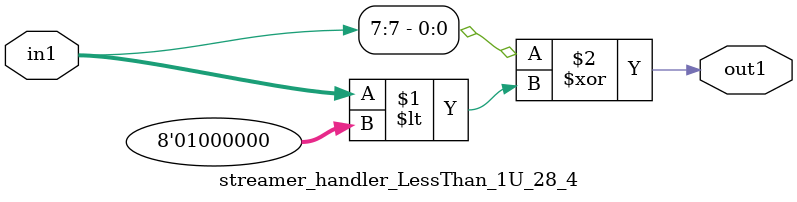
<source format=v>

`timescale 1ps / 1ps


module streamer_handler_LessThan_1U_28_4( in1, out1 );

    input [7:0] in1;
    output out1;

    
    // rtl_process:qkv_macro_handler_hub_LessThan_1U_94_4/qkv_macro_handler_hub_LessThan_1U_94_4_thread_1
    assign out1 = (in1[7] ^ in1 < 8'd064);

endmodule





</source>
